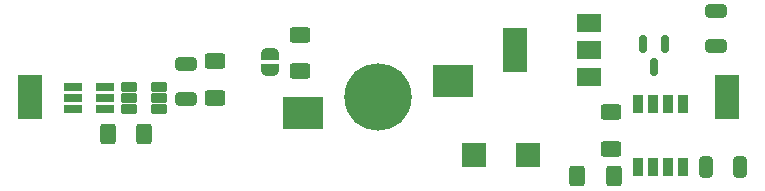
<source format=gbr>
%TF.GenerationSoftware,KiCad,Pcbnew,7.0.10*%
%TF.CreationDate,2024-10-13T16:46:53+02:00*%
%TF.ProjectId,Luz solar,4c757a20-736f-46c6-9172-2e6b69636164,rev?*%
%TF.SameCoordinates,Original*%
%TF.FileFunction,Soldermask,Top*%
%TF.FilePolarity,Negative*%
%FSLAX46Y46*%
G04 Gerber Fmt 4.6, Leading zero omitted, Abs format (unit mm)*
G04 Created by KiCad (PCBNEW 7.0.10) date 2024-10-13 16:46:53*
%MOMM*%
%LPD*%
G01*
G04 APERTURE LIST*
G04 Aperture macros list*
%AMRoundRect*
0 Rectangle with rounded corners*
0 $1 Rounding radius*
0 $2 $3 $4 $5 $6 $7 $8 $9 X,Y pos of 4 corners*
0 Add a 4 corners polygon primitive as box body*
4,1,4,$2,$3,$4,$5,$6,$7,$8,$9,$2,$3,0*
0 Add four circle primitives for the rounded corners*
1,1,$1+$1,$2,$3*
1,1,$1+$1,$4,$5*
1,1,$1+$1,$6,$7*
1,1,$1+$1,$8,$9*
0 Add four rect primitives between the rounded corners*
20,1,$1+$1,$2,$3,$4,$5,0*
20,1,$1+$1,$4,$5,$6,$7,0*
20,1,$1+$1,$6,$7,$8,$9,0*
20,1,$1+$1,$8,$9,$2,$3,0*%
%AMFreePoly0*
4,1,19,0.500000,-0.750000,0.000000,-0.750000,0.000000,-0.744911,-0.071157,-0.744911,-0.207708,-0.704816,-0.327430,-0.627875,-0.420627,-0.520320,-0.479746,-0.390866,-0.500000,-0.250000,-0.500000,0.250000,-0.479746,0.390866,-0.420627,0.520320,-0.327430,0.627875,-0.207708,0.704816,-0.071157,0.744911,0.000000,0.744911,0.000000,0.750000,0.500000,0.750000,0.500000,-0.750000,0.500000,-0.750000,
$1*%
%AMFreePoly1*
4,1,19,0.000000,0.744911,0.071157,0.744911,0.207708,0.704816,0.327430,0.627875,0.420627,0.520320,0.479746,0.390866,0.500000,0.250000,0.500000,-0.250000,0.479746,-0.390866,0.420627,-0.520320,0.327430,-0.627875,0.207708,-0.704816,0.071157,-0.744911,0.000000,-0.744911,0.000000,-0.750000,-0.500000,-0.750000,-0.500000,0.750000,0.000000,0.750000,0.000000,0.744911,0.000000,0.744911,
$1*%
G04 Aperture macros list end*
%ADD10RoundRect,0.102000X-0.300000X-0.700000X0.300000X-0.700000X0.300000X0.700000X-0.300000X0.700000X0*%
%ADD11RoundRect,0.250000X-0.625000X0.400000X-0.625000X-0.400000X0.625000X-0.400000X0.625000X0.400000X0*%
%ADD12R,1.560000X0.650000*%
%ADD13R,2.000000X3.800000*%
%ADD14R,2.000000X1.500000*%
%ADD15RoundRect,0.250000X0.400000X0.625000X-0.400000X0.625000X-0.400000X-0.625000X0.400000X-0.625000X0*%
%ADD16RoundRect,0.250000X0.625000X-0.400000X0.625000X0.400000X-0.625000X0.400000X-0.625000X-0.400000X0*%
%ADD17R,3.500000X2.700000*%
%ADD18C,5.700000*%
%ADD19RoundRect,0.250000X0.650000X-0.325000X0.650000X0.325000X-0.650000X0.325000X-0.650000X-0.325000X0*%
%ADD20RoundRect,0.250000X-0.325000X-0.650000X0.325000X-0.650000X0.325000X0.650000X-0.325000X0.650000X0*%
%ADD21RoundRect,0.150000X-0.150000X0.587500X-0.150000X-0.587500X0.150000X-0.587500X0.150000X0.587500X0*%
%ADD22RoundRect,0.102000X-0.605000X-0.295000X0.605000X-0.295000X0.605000X0.295000X-0.605000X0.295000X0*%
%ADD23FreePoly0,270.000000*%
%ADD24FreePoly1,270.000000*%
%ADD25R,2.000000X2.000000*%
G04 APERTURE END LIST*
D10*
%TO.C,U1*%
X154432000Y-96934000D03*
X155702000Y-96934000D03*
X156972000Y-96934000D03*
X158242000Y-96934000D03*
X158242000Y-91534000D03*
X156972000Y-91534000D03*
X155702000Y-91534000D03*
X154432000Y-91534000D03*
%TD*%
D11*
%TO.C,R3*%
X125857000Y-85699000D03*
X125857000Y-88799000D03*
%TD*%
D12*
%TO.C,U4*%
X106650000Y-90100000D03*
X106650000Y-91050000D03*
X106650000Y-92000000D03*
X109350000Y-92000000D03*
X109350000Y-91050000D03*
X109350000Y-90100000D03*
%TD*%
D13*
%TO.C,TP4*%
X103000000Y-91000000D03*
%TD*%
D14*
%TO.C,U2*%
X150343000Y-89295000D03*
X150343000Y-86995000D03*
D13*
X144043000Y-86995000D03*
D14*
X150343000Y-84695000D03*
%TD*%
D15*
%TO.C,R4*%
X112675000Y-94107000D03*
X109575000Y-94107000D03*
%TD*%
D16*
%TO.C,R1*%
X152146000Y-95377000D03*
X152146000Y-92277000D03*
%TD*%
D17*
%TO.C,D1*%
X126150000Y-92350000D03*
X138850000Y-89650000D03*
D18*
X132500000Y-91000000D03*
%TD*%
D16*
%TO.C,R5*%
X118618000Y-91059000D03*
X118618000Y-87959000D03*
%TD*%
D19*
%TO.C,C3*%
X116205000Y-91137000D03*
X116205000Y-88187000D03*
%TD*%
D20*
%TO.C,C1*%
X160196000Y-96901000D03*
X163146000Y-96901000D03*
%TD*%
D19*
%TO.C,C2*%
X161036000Y-86614000D03*
X161036000Y-83664000D03*
%TD*%
D15*
%TO.C,R2*%
X152426000Y-97663000D03*
X149326000Y-97663000D03*
%TD*%
D21*
%TO.C,Q1*%
X156779000Y-86517000D03*
X154879000Y-86517000D03*
X155829000Y-88392000D03*
%TD*%
D22*
%TO.C,U3*%
X111394000Y-90109000D03*
X111394000Y-91059000D03*
X111394000Y-92009000D03*
X113904000Y-92009000D03*
X113904000Y-91059000D03*
X113904000Y-90109000D03*
%TD*%
D13*
%TO.C,TP3*%
X162000000Y-91000000D03*
%TD*%
D23*
%TO.C,JP1*%
X123317000Y-87346000D03*
D24*
X123317000Y-88646000D03*
%TD*%
D25*
%TO.C,TP1*%
X145161000Y-95885000D03*
%TD*%
%TO.C,TP2*%
X140589000Y-95885000D03*
%TD*%
M02*

</source>
